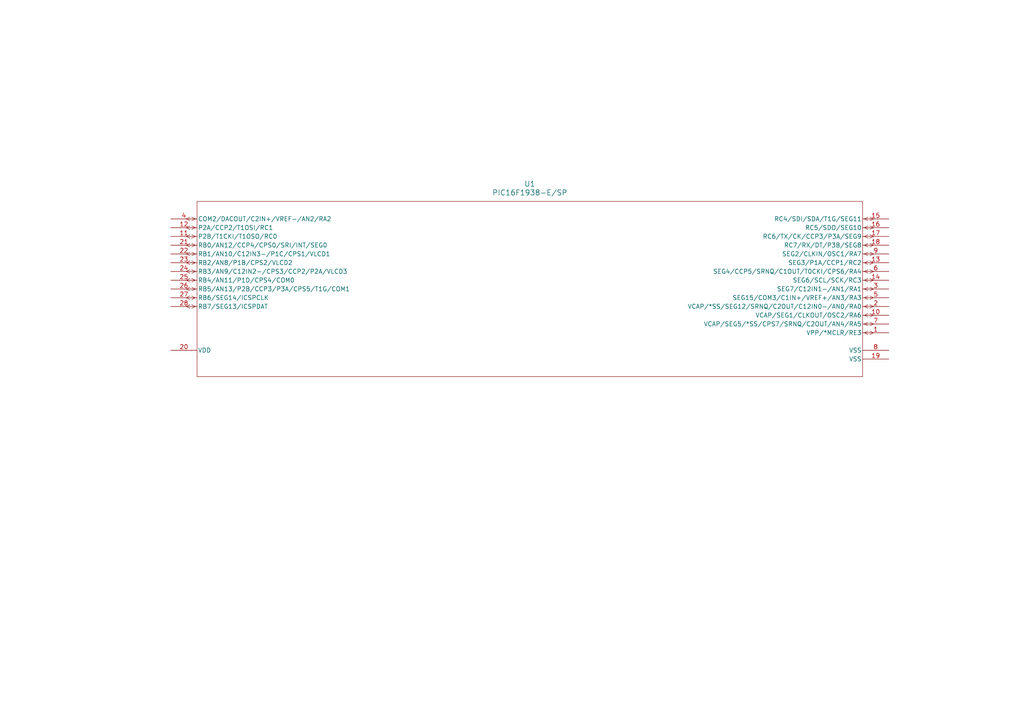
<source format=kicad_sch>
(kicad_sch (version 20231120) (generator "eeschema") (generator_version "8.0")
  (paper "A4")
  (lib_symbols
    (symbol "Microchip:PIC16F1938-E_SP" (pin_names (offset 0.254))
      (property "Reference" "U" (at 104.14 10.16 0))
      (property "Value" "PIC16F1938-E/SP" (at 104.14 7.62 0))
      (symbol "PIC16F1938-E_SP_0_1"
        (polyline (pts (xy 5.5372 -25.9207) (xy 4.4958 -25.4)) (stroke (width 0.127)))
        (polyline (pts (xy 5.5372 -24.8793) (xy 4.4958 -25.4)) (stroke (width 0.127)))
        (polyline (pts (xy 5.5372 -23.3807) (xy 4.4958 -22.86)) (stroke (width 0.127)))
        (polyline (pts (xy 5.5372 -22.3393) (xy 4.4958 -22.86)) (stroke (width 0.127)))
        (polyline (pts (xy 5.5372 -20.8407) (xy 4.4958 -20.32)) (stroke (width 0.127)))
        (polyline (pts (xy 5.5372 -19.7993) (xy 4.4958 -20.32)) (stroke (width 0.127)))
        (polyline (pts (xy 5.5372 -18.3007) (xy 4.4958 -17.78)) (stroke (width 0.127)))
        (polyline (pts (xy 5.5372 -17.2593) (xy 4.4958 -17.78)) (stroke (width 0.127)))
        (polyline (pts (xy 5.5372 -15.7607) (xy 4.4958 -15.24)) (stroke (width 0.127)))
        (polyline (pts (xy 5.5372 -14.7193) (xy 4.4958 -15.24)) (stroke (width 0.127)))
        (polyline (pts (xy 5.5372 -13.2207) (xy 4.4958 -12.7)) (stroke (width 0.127)))
        (polyline (pts (xy 5.5372 -12.1793) (xy 4.4958 -12.7)) (stroke (width 0.127)))
        (polyline (pts (xy 5.5372 -10.6807) (xy 4.4958 -10.16)) (stroke (width 0.127)))
        (polyline (pts (xy 5.5372 -9.6393) (xy 4.4958 -10.16)) (stroke (width 0.127)))
        (polyline (pts (xy 5.5372 -8.1407) (xy 4.4958 -7.62)) (stroke (width 0.127)))
        (polyline (pts (xy 5.5372 -7.0993) (xy 4.4958 -7.62)) (stroke (width 0.127)))
        (polyline (pts (xy 5.5372 -5.6007) (xy 4.4958 -5.08)) (stroke (width 0.127)))
        (polyline (pts (xy 5.5372 -4.5593) (xy 4.4958 -5.08)) (stroke (width 0.127)))
        (polyline (pts (xy 5.5372 -3.0607) (xy 4.4958 -2.54)) (stroke (width 0.127)))
        (polyline (pts (xy 5.5372 -2.0193) (xy 4.4958 -2.54)) (stroke (width 0.127)))
        (polyline (pts (xy 5.5372 -0.5207) (xy 4.4958 0)) (stroke (width 0.127)))
        (polyline (pts (xy 5.5372 0.5207) (xy 4.4958 0)) (stroke (width 0.127)))
        (polyline (pts (xy 7.0993 -25.4) (xy 6.0579 -25.9207)) (stroke (width 0.127)))
        (polyline (pts (xy 7.0993 -25.4) (xy 6.0579 -24.8793)) (stroke (width 0.127)))
        (polyline (pts (xy 7.0993 -22.86) (xy 6.0579 -23.3807)) (stroke (width 0.127)))
        (polyline (pts (xy 7.0993 -22.86) (xy 6.0579 -22.3393)) (stroke (width 0.127)))
        (polyline (pts (xy 7.0993 -20.32) (xy 6.0579 -20.8407)) (stroke (width 0.127)))
        (polyline (pts (xy 7.0993 -20.32) (xy 6.0579 -19.7993)) (stroke (width 0.127)))
        (polyline (pts (xy 7.0993 -17.78) (xy 6.0579 -18.3007)) (stroke (width 0.127)))
        (polyline (pts (xy 7.0993 -17.78) (xy 6.0579 -17.2593)) (stroke (width 0.127)))
        (polyline (pts (xy 7.0993 -15.24) (xy 6.0579 -15.7607)) (stroke (width 0.127)))
        (polyline (pts (xy 7.0993 -15.24) (xy 6.0579 -14.7193)) (stroke (width 0.127)))
        (polyline (pts (xy 7.0993 -12.7) (xy 6.0579 -13.2207)) (stroke (width 0.127)))
        (polyline (pts (xy 7.0993 -12.7) (xy 6.0579 -12.1793)) (stroke (width 0.127)))
        (polyline (pts (xy 7.0993 -10.16) (xy 6.0579 -10.6807)) (stroke (width 0.127)))
        (polyline (pts (xy 7.0993 -10.16) (xy 6.0579 -9.6393)) (stroke (width 0.127)))
        (polyline (pts (xy 7.0993 -7.62) (xy 6.0579 -8.1407)) (stroke (width 0.127)))
        (polyline (pts (xy 7.0993 -7.62) (xy 6.0579 -7.0993)) (stroke (width 0.127)))
        (polyline (pts (xy 7.0993 -5.08) (xy 6.0579 -5.6007)) (stroke (width 0.127)))
        (polyline (pts (xy 7.0993 -5.08) (xy 6.0579 -4.5593)) (stroke (width 0.127)))
        (polyline (pts (xy 7.0993 -2.54) (xy 6.0579 -3.0607)) (stroke (width 0.127)))
        (polyline (pts (xy 7.0993 -2.54) (xy 6.0579 -2.0193)) (stroke (width 0.127)))
        (polyline (pts (xy 7.0993 0) (xy 6.0579 -0.5207)) (stroke (width 0.127)))
        (polyline (pts (xy 7.0993 0) (xy 6.0579 0.5207)) (stroke (width 0.127)))
        (polyline (pts (xy 7.62 -45.72) (xy 200.66 -45.72)) (stroke (width 0.127)))
        (polyline (pts (xy 7.62 5.08) (xy 7.62 -45.72)) (stroke (width 0.127)))
        (polyline (pts (xy 200.66 -45.72) (xy 200.66 5.08)) (stroke (width 0.127)))
        (polyline (pts (xy 200.66 5.08) (xy 7.62 5.08)) (stroke (width 0.127)))
        (polyline (pts (xy 201.1807 -33.02) (xy 202.2221 -33.5407)) (stroke (width 0.127)))
        (polyline (pts (xy 201.1807 -33.02) (xy 202.2221 -32.4993)) (stroke (width 0.127)))
        (polyline (pts (xy 201.1807 -30.48) (xy 202.2221 -31.0007)) (stroke (width 0.127)))
        (polyline (pts (xy 201.1807 -30.48) (xy 202.2221 -29.9593)) (stroke (width 0.127)))
        (polyline (pts (xy 201.1807 -27.94) (xy 202.2221 -28.4607)) (stroke (width 0.127)))
        (polyline (pts (xy 201.1807 -27.94) (xy 202.2221 -27.4193)) (stroke (width 0.127)))
        (polyline (pts (xy 201.1807 -25.4) (xy 202.2221 -25.9207)) (stroke (width 0.127)))
        (polyline (pts (xy 201.1807 -25.4) (xy 202.2221 -24.8793)) (stroke (width 0.127)))
        (polyline (pts (xy 201.1807 -22.86) (xy 202.2221 -23.3807)) (stroke (width 0.127)))
        (polyline (pts (xy 201.1807 -22.86) (xy 202.2221 -22.3393)) (stroke (width 0.127)))
        (polyline (pts (xy 201.1807 -20.32) (xy 202.2221 -20.8407)) (stroke (width 0.127)))
        (polyline (pts (xy 201.1807 -20.32) (xy 202.2221 -19.7993)) (stroke (width 0.127)))
        (polyline (pts (xy 201.1807 -17.78) (xy 202.2221 -18.3007)) (stroke (width 0.127)))
        (polyline (pts (xy 201.1807 -17.78) (xy 202.2221 -17.2593)) (stroke (width 0.127)))
        (polyline (pts (xy 201.1807 -15.24) (xy 202.2221 -15.7607)) (stroke (width 0.127)))
        (polyline (pts (xy 201.1807 -15.24) (xy 202.2221 -14.7193)) (stroke (width 0.127)))
        (polyline (pts (xy 201.1807 -12.7) (xy 202.2221 -13.2207)) (stroke (width 0.127)))
        (polyline (pts (xy 201.1807 -12.7) (xy 202.2221 -12.1793)) (stroke (width 0.127)))
        (polyline (pts (xy 201.1807 -10.16) (xy 202.2221 -10.6807)) (stroke (width 0.127)))
        (polyline (pts (xy 201.1807 -10.16) (xy 202.2221 -9.6393)) (stroke (width 0.127)))
        (polyline (pts (xy 201.1807 -7.62) (xy 202.2221 -8.1407)) (stroke (width 0.127)))
        (polyline (pts (xy 201.1807 -7.62) (xy 202.2221 -7.0993)) (stroke (width 0.127)))
        (polyline (pts (xy 201.1807 -5.08) (xy 202.2221 -5.6007)) (stroke (width 0.127)))
        (polyline (pts (xy 201.1807 -5.08) (xy 202.2221 -4.5593)) (stroke (width 0.127)))
        (polyline (pts (xy 201.1807 -2.54) (xy 202.2221 -3.0607)) (stroke (width 0.127)))
        (polyline (pts (xy 201.1807 -2.54) (xy 202.2221 -2.0193)) (stroke (width 0.127)))
        (polyline (pts (xy 201.1807 0) (xy 202.2221 -0.5207)) (stroke (width 0.127)))
        (polyline (pts (xy 201.1807 0) (xy 202.2221 0.5207)) (stroke (width 0.127)))
        (polyline (pts (xy 202.7428 -33.5407) (xy 203.7842 -33.02)) (stroke (width 0.127)))
        (polyline (pts (xy 202.7428 -32.4993) (xy 203.7842 -33.02)) (stroke (width 0.127)))
        (polyline (pts (xy 202.7428 -31.0007) (xy 203.7842 -30.48)) (stroke (width 0.127)))
        (polyline (pts (xy 202.7428 -29.9593) (xy 203.7842 -30.48)) (stroke (width 0.127)))
        (polyline (pts (xy 202.7428 -28.4607) (xy 203.7842 -27.94)) (stroke (width 0.127)))
        (polyline (pts (xy 202.7428 -27.4193) (xy 203.7842 -27.94)) (stroke (width 0.127)))
        (polyline (pts (xy 202.7428 -25.9207) (xy 203.7842 -25.4)) (stroke (width 0.127)))
        (polyline (pts (xy 202.7428 -24.8793) (xy 203.7842 -25.4)) (stroke (width 0.127)))
        (polyline (pts (xy 202.7428 -23.3807) (xy 203.7842 -22.86)) (stroke (width 0.127)))
        (polyline (pts (xy 202.7428 -22.3393) (xy 203.7842 -22.86)) (stroke (width 0.127)))
        (polyline (pts (xy 202.7428 -20.8407) (xy 203.7842 -20.32)) (stroke (width 0.127)))
        (polyline (pts (xy 202.7428 -19.7993) (xy 203.7842 -20.32)) (stroke (width 0.127)))
        (polyline (pts (xy 202.7428 -18.3007) (xy 203.7842 -17.78)) (stroke (width 0.127)))
        (polyline (pts (xy 202.7428 -17.2593) (xy 203.7842 -17.78)) (stroke (width 0.127)))
        (polyline (pts (xy 202.7428 -15.7607) (xy 203.7842 -15.24)) (stroke (width 0.127)))
        (polyline (pts (xy 202.7428 -14.7193) (xy 203.7842 -15.24)) (stroke (width 0.127)))
        (polyline (pts (xy 202.7428 -13.2207) (xy 203.7842 -12.7)) (stroke (width 0.127)))
        (polyline (pts (xy 202.7428 -12.1793) (xy 203.7842 -12.7)) (stroke (width 0.127)))
        (polyline (pts (xy 202.7428 -10.6807) (xy 203.7842 -10.16)) (stroke (width 0.127)))
        (polyline (pts (xy 202.7428 -9.6393) (xy 203.7842 -10.16)) (stroke (width 0.127)))
        (polyline (pts (xy 202.7428 -8.1407) (xy 203.7842 -7.62)) (stroke (width 0.127)))
        (polyline (pts (xy 202.7428 -7.0993) (xy 203.7842 -7.62)) (stroke (width 0.127)))
        (polyline (pts (xy 202.7428 -5.6007) (xy 203.7842 -5.08)) (stroke (width 0.127)))
        (polyline (pts (xy 202.7428 -4.5593) (xy 203.7842 -5.08)) (stroke (width 0.127)))
        (polyline (pts (xy 202.7428 -3.0607) (xy 203.7842 -2.54)) (stroke (width 0.127)))
        (polyline (pts (xy 202.7428 -2.0193) (xy 203.7842 -2.54)) (stroke (width 0.127)))
        (polyline (pts (xy 202.7428 -0.5207) (xy 203.7842 0)) (stroke (width 0.127)))
        (polyline (pts (xy 202.7428 0.5207) (xy 203.7842 0)) (stroke (width 0.127)))
        (pin bidirectional line (at 208.28 -33.02 180) (length 7.62) (name "VPP/*MCLR/RE3") (number "1"))
        (pin bidirectional line (at 208.28 -27.94 180) (length 7.62) (name "VCAP/SEG1/CLKOUT/OSC2/RA6") (number "10"))
        (pin bidirectional line (at 0 -5.08 0) (length 7.62) (name "P2B/T1CKI/T1OSO/RC0") (number "11"))
        (pin bidirectional line (at 0 -2.54 0) (length 7.62) (name "P2A/CCP2/T1OSI/RC1") (number "12"))
        (pin bidirectional line (at 208.28 -12.7 180) (length 7.62) (name "SEG3/P1A/CCP1/RC2") (number "13"))
        (pin bidirectional line (at 208.28 -17.78 180) (length 7.62) (name "SEG6/SCL/SCK/RC3") (number "14"))
        (pin bidirectional line (at 208.28 0 180) (length 7.62) (name "RC4/SDI/SDA/T1G/SEG11") (number "15"))
        (pin bidirectional line (at 208.28 -2.54 180) (length 7.62) (name "RC5/SDO/SEG10") (number "16"))
        (pin bidirectional line (at 208.28 -5.08 180) (length 7.62) (name "RC6/TX/CK/CCP3/P3A/SEG9") (number "17"))
        (pin bidirectional line (at 208.28 -7.62 180) (length 7.62) (name "RC7/RX/DT/P3B/SEG8") (number "18"))
        (pin power_in line (at 208.28 -40.64 180) (length 7.62) (name "VSS") (number "19"))
        (pin bidirectional line (at 208.28 -25.4 180) (length 7.62) (name "VCAP/*SS/SEG12/SRNQ/C2OUT/C12IN0-/AN0/RA0") (number "2"))
        (pin power_in line (at 0 -38.1 0) (length 7.62) (name "VDD") (number "20"))
        (pin bidirectional line (at 0 -7.62 0) (length 7.62) (name "RB0/AN12/CCP4/CPS0/SRI/INT/SEG0") (number "21"))
        (pin bidirectional line (at 0 -10.16 0) (length 7.62) (name "RB1/AN10/C12IN3-/P1C/CPS1/VLCD1") (number "22"))
        (pin bidirectional line (at 0 -12.7 0) (length 7.62) (name "RB2/AN8/P1B/CPS2/VLCD2") (number "23"))
        (pin bidirectional line (at 0 -15.24 0) (length 7.62) (name "RB3/AN9/C12IN2-/CPS3/CCP2/P2A/VLCD3") (number "24"))
        (pin bidirectional line (at 0 -17.78 0) (length 7.62) (name "RB4/AN11/P1D/CPS4/COM0") (number "25"))
        (pin bidirectional line (at 0 -20.32 0) (length 7.62) (name "RB5/AN13/P2B/CCP3/P3A/CPS5/T1G/COM1") (number "26"))
        (pin bidirectional line (at 0 -22.86 0) (length 7.62) (name "RB6/SEG14/ICSPCLK") (number "27"))
        (pin bidirectional line (at 0 -25.4 0) (length 7.62) (name "RB7/SEG13/ICSPDAT") (number "28"))
        (pin bidirectional line (at 208.28 -20.32 180) (length 7.62) (name "SEG7/C12IN1-/AN1/RA1") (number "3"))
        (pin bidirectional line (at 0 0 0) (length 7.62) (name "COM2/DACOUT/C2IN+/VREF-/AN2/RA2") (number "4"))
        (pin bidirectional line (at 208.28 -22.86 180) (length 7.62) (name "SEG15/COM3/C1IN+/VREF+/AN3/RA3") (number "5"))
        (pin bidirectional line (at 208.28 -15.24 180) (length 7.62) (name "SEG4/CCP5/SRNQ/C1OUT/T0CKI/CPS6/RA4") (number "6"))
        (pin bidirectional line (at 208.28 -30.48 180) (length 7.62) (name "VCAP/SEG5/*SS/CPS7/SRNQ/C2OUT/AN4/RA5") (number "7"))
        (pin power_in line (at 208.28 -38.1 180) (length 7.62) (name "VSS") (number "8"))
        (pin bidirectional line (at 208.28 -10.16 180) (length 7.62) (name "SEG2/CLKIN/OSC1/RA7") (number "9"))
      )
    )
  )
  (symbol (lib_id "Microchip:PIC16F1938-E_SP") (at 49.53 63.5 0) (unit 1)
    (property "Reference" "U1" (at 153.67 53.34 0) (effects (font (size 1.524 1.524))))
    (property "Value" "PIC16F1938-E/SP" (at 153.67 55.88 0) (effects (font (size 1.524 1.524))))
    (property "Footprint" "PIC16F1938-X/SP_MCH" (effects (hide yes)))
    (property "Datasheet" "PIC16F1938-E/SP" (effects (hide yes)))
  )
)
</source>
